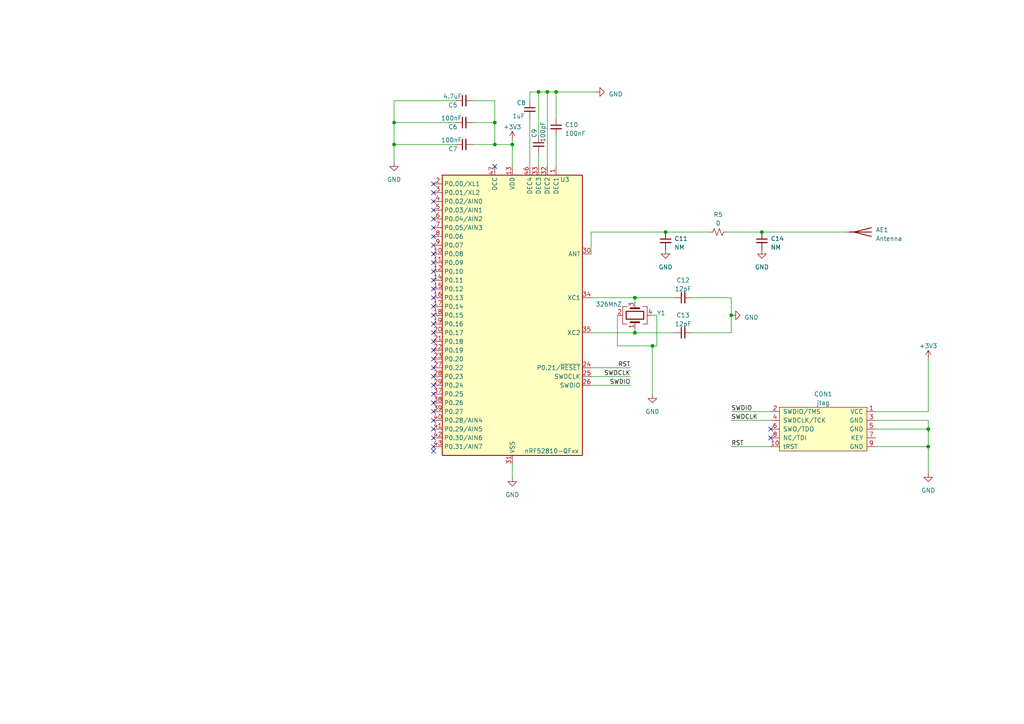
<source format=kicad_sch>
(kicad_sch (version 20210406) (generator eeschema)
  (paper "A4")
  (title_block (title "quadkey") (date "2021-05-17") (rev "V0") (company "eurocircuits ") (comment 1 "bopla behuizing 34111511"))
  (lib_symbols
    (symbol "Device:Antenna" (pin_numbers hide) (pin_names (offset 1.016) hide)
      (property "Reference" "AE" (at -1.905 1.905 0))
      (property "Value" "Antenna" (at -1.905 0 0))
      (symbol "Antenna_0_1"
        (polyline (pts (xy 0 2.54) (xy 0 -3.81)) (stroke (width 0.254)))
        (polyline (pts (xy 1.27 2.54) (xy 0 -2.54) (xy -1.27 2.54)) (stroke (width 0.254)))
      )
      (symbol "Antenna_1_1"
        (pin input line (at 0 -5.08 90) (length 2.54) (name "A") (number "1"))
      )
    )
    (symbol "Device:C_Small" (pin_numbers hide) (pin_names (offset 0.254) hide)
      (property "Reference" "C" (at 0.254 1.778 0))
      (property "Value" "C_Small" (at 0.254 -2.032 0))
      (symbol "C_Small_0_1"
        (polyline (pts (xy -1.524 -0.508) (xy 1.524 -0.508)) (stroke (width 0.3302)))
        (polyline (pts (xy -1.524 0.508) (xy 1.524 0.508)) (stroke (width 0.3048)))
      )
      (symbol "C_Small_1_1"
        (pin passive line (at 0 2.54 270) (length 2.032) (name "~") (number "1"))
        (pin passive line (at 0 -2.54 90) (length 2.032) (name "~") (number "2"))
      )
    )
    (symbol "Device:Crystal_GND24" (pin_names (offset 1.016) hide)
      (property "Reference" "Y" (at 3.175 5.08 0))
      (property "Value" "Crystal_GND24" (at 3.175 3.175 0))
      (symbol "Crystal_GND24_0_1"
        (rectangle (start -1.143 2.54) (end 1.143 -2.54) (stroke (width 0.3048)))
        (polyline (pts (xy -2.54 0) (xy -2.032 0)))
        (polyline (pts (xy -2.032 -1.27) (xy -2.032 1.27)) (stroke (width 0.508)))
        (polyline (pts (xy 0 -3.81) (xy 0 -3.556)))
        (polyline (pts (xy 0 3.556) (xy 0 3.81)))
        (polyline (pts (xy 2.032 -1.27) (xy 2.032 1.27)) (stroke (width 0.508)))
        (polyline (pts (xy 2.032 0) (xy 2.54 0)))
        (polyline (pts (xy -2.54 -2.286) (xy -2.54 -3.556) (xy 2.54 -3.556) (xy 2.54 -2.286)))
        (polyline (pts (xy -2.54 2.286) (xy -2.54 3.556) (xy 2.54 3.556) (xy 2.54 2.286)))
      )
      (symbol "Crystal_GND24_1_1"
        (pin passive line (at -3.81 0 0) (length 1.27) (name "1") (number "1"))
        (pin passive line (at 0 5.08 270) (length 1.27) (name "2") (number "2"))
        (pin passive line (at 3.81 0 180) (length 1.27) (name "3") (number "3"))
        (pin passive line (at 0 -5.08 90) (length 1.27) (name "4") (number "4"))
      )
    )
    (symbol "Device:R_Small_US" (pin_numbers hide) (pin_names (offset 0.254) hide)
      (property "Reference" "R" (at 0.762 0.508 0))
      (property "Value" "R_Small_US" (at 0.762 -1.016 0))
      (symbol "R_Small_US_1_1"
        (polyline (pts (xy 0 0) (xy 1.016 -0.381) (xy 0 -0.762) (xy -1.016 -1.143) (xy 0 -1.524)))
        (polyline (pts (xy 0 1.524) (xy 1.016 1.143) (xy 0 0.762) (xy -1.016 0.381) (xy 0 0)))
        (pin passive line (at 0 2.54 270) (length 1.016) (name "~") (number "1"))
        (pin passive line (at 0 -2.54 90) (length 1.016) (name "~") (number "2"))
      )
    )
    (symbol "MCU_Nordic:nRF52810-QFxx"
      (property "Reference" "U" (at 0 1.27 0))
      (property "Value" "nRF52810-QFxx" (at 0 -1.27 0))
      (symbol "nRF52810-QFxx_0_1"
        (rectangle (start -20.32 40.64) (end 20.32 -40.64) (stroke (width 0.254)) (fill (type background)))
      )
      (symbol "nRF52810-QFxx_1_1"
        (pin passive line (at -12.7 43.18 270) (length 2.54) (name "DEC1") (number "1"))
        (pin bidirectional line (at 22.86 17.78 180) (length 2.54) (name "P0.08") (number "10"))
        (pin bidirectional line (at 22.86 15.24 180) (length 2.54) (name "P0.09") (number "11"))
        (pin bidirectional line (at 22.86 12.7 180) (length 2.54) (name "P0.10") (number "12"))
        (pin power_in line (at 0 43.18 270) (length 2.54) (name "VDD") (number "13"))
        (pin bidirectional line (at 22.86 10.16 180) (length 2.54) (name "P0.11") (number "14"))
        (pin bidirectional line (at 22.86 7.62 180) (length 2.54) (name "P0.12") (number "15"))
        (pin bidirectional line (at 22.86 5.08 180) (length 2.54) (name "P0.13") (number "16"))
        (pin bidirectional line (at 22.86 2.54 180) (length 2.54) (name "P0.14") (number "17"))
        (pin bidirectional line (at 22.86 0 180) (length 2.54) (name "P0.15") (number "18"))
        (pin bidirectional line (at 22.86 -2.54 180) (length 2.54) (name "P0.16") (number "19"))
        (pin bidirectional line (at 22.86 38.1 180) (length 2.54) (name "P0.00/XL1") (number "2"))
        (pin bidirectional line (at 22.86 -5.08 180) (length 2.54) (name "P0.17") (number "20"))
        (pin bidirectional line (at 22.86 -7.62 180) (length 2.54) (name "P0.18") (number "21"))
        (pin bidirectional line (at 22.86 -10.16 180) (length 2.54) (name "P0.19") (number "22"))
        (pin bidirectional line (at 22.86 -12.7 180) (length 2.54) (name "P0.20") (number "23"))
        (pin bidirectional line (at -22.86 -15.24 0) (length 2.54) (name "P0.21/~RESET") (number "24"))
        (pin input line (at -22.86 -17.78 0) (length 2.54) (name "SWDCLK") (number "25"))
        (pin bidirectional line (at -22.86 -20.32 0) (length 2.54) (name "SWDIO") (number "26"))
        (pin bidirectional line (at 22.86 -15.24 180) (length 2.54) (name "P0.22") (number "27"))
        (pin bidirectional line (at 22.86 -17.78 180) (length 2.54) (name "P0.23") (number "28"))
        (pin bidirectional line (at 22.86 -20.32 180) (length 2.54) (name "P0.24") (number "29"))
        (pin bidirectional line (at 22.86 35.56 180) (length 2.54) (name "P0.01/XL2") (number "3"))
        (pin passive line (at -22.86 17.78 0) (length 2.54) (name "ANT") (number "30"))
        (pin power_in line (at 0 -43.18 90) (length 2.54) (name "VSS") (number "31"))
        (pin passive line (at -10.16 43.18 270) (length 2.54) (name "DEC2") (number "32"))
        (pin passive line (at -7.62 43.18 270) (length 2.54) (name "DEC3") (number "33"))
        (pin input line (at -22.86 5.08 0) (length 2.54) (name "XC1") (number "34"))
        (pin input line (at -22.86 -5.08 0) (length 2.54) (name "XC2") (number "35"))
        (pin passive line (at 0 43.18 270) (length 2.54) hide (name "VDD") (number "36"))
        (pin bidirectional line (at 22.86 -22.86 180) (length 2.54) (name "P0.25") (number "37"))
        (pin bidirectional line (at 22.86 -25.4 180) (length 2.54) (name "P0.26") (number "38"))
        (pin bidirectional line (at 22.86 -27.94 180) (length 2.54) (name "P0.27") (number "39"))
        (pin bidirectional line (at 22.86 33.02 180) (length 2.54) (name "P0.02/AIN0") (number "4"))
        (pin bidirectional line (at 22.86 -30.48 180) (length 2.54) (name "P0.28/AIN4") (number "40"))
        (pin bidirectional line (at 22.86 -33.02 180) (length 2.54) (name "P0.29/AIN5") (number "41"))
        (pin bidirectional line (at 22.86 -35.56 180) (length 2.54) (name "P0.30/AIN6") (number "42"))
        (pin bidirectional line (at 22.86 -38.1 180) (length 2.54) (name "P0.31/AIN7") (number "43"))
        (pin no_connect line (at -20.32 -30.48 0) (length 2.54) hide (name "NC") (number "44"))
        (pin passive line (at 0 -43.18 90) (length 2.54) hide (name "VSS") (number "45"))
        (pin passive line (at -5.08 43.18 270) (length 2.54) (name "DEC4") (number "46"))
        (pin power_out line (at 5.08 43.18 270) (length 2.54) (name "DCC") (number "47"))
        (pin passive line (at 0 43.18 270) (length 2.54) hide (name "VDD") (number "48"))
        (pin passive line (at 0 -43.18 90) (length 2.54) hide (name "VSS") (number "49"))
        (pin bidirectional line (at 22.86 30.48 180) (length 2.54) (name "P0.03/AIN1") (number "5"))
        (pin bidirectional line (at 22.86 27.94 180) (length 2.54) (name "P0.04/AIN2") (number "6"))
        (pin bidirectional line (at 22.86 25.4 180) (length 2.54) (name "P0.05/AIN3") (number "7"))
        (pin bidirectional line (at 22.86 22.86 180) (length 2.54) (name "P0.06") (number "8"))
        (pin bidirectional line (at 22.86 20.32 180) (length 2.54) (name "P0.07") (number "9"))
      )
    )
    (symbol "conectors:jtag" (pin_names (offset 1.016))
      (property "Reference" "CON" (at -6.35 0 90))
      (property "Value" "jtag" (at -3.81 0 90))
      (symbol "jtag_0_1"
        (rectangle (start -12.7 6.35) (end 12.7 -6.35) (fill (type background)))
      )
      (symbol "jtag_1_1"
        (pin power_in line (at -15.24 5.08 0) (length 2.54) (name "VCC") (number "1"))
        (pin unspecified line (at 15.24 -5.08 180) (length 2.54) (name "tRST") (number "10"))
        (pin unspecified line (at 15.24 5.08 180) (length 2.54) (name "SWDIO/TMS") (number "2"))
        (pin power_out line (at -15.24 2.54 0) (length 2.54) (name "GND") (number "3"))
        (pin unspecified line (at 15.24 2.54 180) (length 2.54) (name "SWDCLK/TCK") (number "4"))
        (pin power_out line (at -15.24 0 0) (length 2.54) (name "GND") (number "5"))
        (pin power_in line (at 15.24 0 180) (length 2.54) (name "SWO/TDO") (number "6"))
        (pin unspecified line (at -15.24 -2.54 0) (length 2.54) (name "KEY") (number "7"))
        (pin unspecified line (at 15.24 -2.54 180) (length 2.54) (name "NC/TDI") (number "8"))
        (pin power_out line (at -15.24 -5.08 0) (length 2.54) (name "GND") (number "9"))
      )
    )
    (symbol "power:+3V3" (power) (pin_names (offset 0))
      (property "Value" "+3V3" (at 0 3.556 0))
      (symbol "+3V3_0_1"
        (polyline (pts (xy -0.762 1.27) (xy 0 2.54)))
        (polyline (pts (xy 0 0) (xy 0 2.54)))
        (polyline (pts (xy 0 2.54) (xy 0.762 1.27)))
      )
      (symbol "+3V3_1_1"
        (pin power_in line (at 0 0 90) (length 0) hide (name "+3V3") (number "1"))
      )
    )
    (symbol "power:GND" (power) (pin_names (offset 0))
      (property "Value" "GND" (at 0 -3.81 0))
      (symbol "GND_0_1"
        (polyline (pts (xy 0 0) (xy 0 -1.27) (xy 1.27 -1.27) (xy 0 -2.54) (xy -1.27 -1.27) (xy 0 -1.27)))
      )
      (symbol "GND_1_1"
        (pin power_in line (at 0 0 270) (length 0) hide (name "GND") (number "1"))
      )
    )
  )
  (junction (at 114.3 35.56) (diameter 0.9144))
  (junction (at 114.3 41.91) (diameter 0.9144))
  (junction (at 143.51 35.56) (diameter 0.9144))
  (junction (at 143.51 41.91) (diameter 0.9144))
  (junction (at 148.59 41.91) (diameter 0.9144))
  (junction (at 156.21 26.67) (diameter 0.9144))
  (junction (at 158.75 26.67) (diameter 0.9144))
  (junction (at 161.29 26.67) (diameter 0.9144))
  (junction (at 184.15 86.36) (diameter 0.9144))
  (junction (at 184.15 96.52) (diameter 0.9144))
  (junction (at 189.23 100.33) (diameter 0.9144))
  (junction (at 193.04 67.31) (diameter 0.9144))
  (junction (at 212.09 91.44) (diameter 0.9144))
  (junction (at 220.98 67.31) (diameter 0.9144))
  (junction (at 269.24 124.46) (diameter 0.9144))
  (junction (at 269.24 129.54) (diameter 0.9144))
  (no_connect (at 125.73 53.34))
  (no_connect (at 125.73 55.88))
  (no_connect (at 125.73 58.42))
  (no_connect (at 125.73 60.96))
  (no_connect (at 125.73 63.5))
  (no_connect (at 125.73 66.04))
  (no_connect (at 125.73 68.58))
  (no_connect (at 125.73 71.12))
  (no_connect (at 125.73 73.66))
  (no_connect (at 125.73 76.2))
  (no_connect (at 125.73 78.74))
  (no_connect (at 125.73 81.28))
  (no_connect (at 125.73 83.82))
  (no_connect (at 125.73 86.36))
  (no_connect (at 125.73 88.9))
  (no_connect (at 125.73 91.44))
  (no_connect (at 125.73 93.98))
  (no_connect (at 125.73 96.52))
  (no_connect (at 125.73 99.06))
  (no_connect (at 125.73 101.6))
  (no_connect (at 125.73 104.14))
  (no_connect (at 125.73 106.68))
  (no_connect (at 125.73 109.22))
  (no_connect (at 125.73 111.76))
  (no_connect (at 125.73 114.3))
  (no_connect (at 125.73 116.84))
  (no_connect (at 125.73 119.38))
  (no_connect (at 125.73 121.92))
  (no_connect (at 125.73 124.46))
  (no_connect (at 125.73 127))
  (no_connect (at 125.73 129.54))
  (no_connect (at 125.73 130.81))
  (no_connect (at 143.51 48.26))
  (no_connect (at 223.52 124.46))
  (no_connect (at 223.52 127))
  (wire (pts (xy 114.3 29.21) (xy 114.3 35.56)))
  (wire (pts (xy 114.3 35.56) (xy 114.3 41.91)))
  (wire (pts (xy 114.3 41.91) (xy 114.3 46.99)))
  (wire (pts (xy 114.3 41.91) (xy 132.08 41.91)))
  (wire (pts (xy 132.08 29.21) (xy 114.3 29.21)))
  (wire (pts (xy 132.08 35.56) (xy 114.3 35.56)))
  (wire (pts (xy 137.16 29.21) (xy 143.51 29.21)))
  (wire (pts (xy 137.16 35.56) (xy 143.51 35.56)))
  (wire (pts (xy 137.16 41.91) (xy 143.51 41.91)))
  (wire (pts (xy 143.51 29.21) (xy 143.51 35.56)))
  (wire (pts (xy 143.51 35.56) (xy 143.51 41.91)))
  (wire (pts (xy 143.51 41.91) (xy 148.59 41.91)))
  (wire (pts (xy 148.59 40.64) (xy 148.59 41.91)))
  (wire (pts (xy 148.59 41.91) (xy 148.59 48.26)))
  (wire (pts (xy 148.59 134.62) (xy 148.59 138.43)))
  (wire (pts (xy 153.67 26.67) (xy 156.21 26.67)))
  (wire (pts (xy 153.67 29.21) (xy 153.67 26.67)))
  (wire (pts (xy 153.67 34.29) (xy 153.67 48.26)))
  (wire (pts (xy 156.21 26.67) (xy 156.21 39.37)))
  (wire (pts (xy 156.21 26.67) (xy 158.75 26.67)))
  (wire (pts (xy 156.21 44.45) (xy 156.21 48.26)))
  (wire (pts (xy 158.75 26.67) (xy 158.75 48.26)))
  (wire (pts (xy 158.75 26.67) (xy 161.29 26.67)))
  (wire (pts (xy 161.29 26.67) (xy 161.29 34.29)))
  (wire (pts (xy 161.29 26.67) (xy 172.72 26.67)))
  (wire (pts (xy 161.29 39.37) (xy 161.29 48.26)))
  (wire (pts (xy 171.45 67.31) (xy 193.04 67.31)))
  (wire (pts (xy 171.45 73.66) (xy 171.45 67.31)))
  (wire (pts (xy 171.45 86.36) (xy 184.15 86.36)))
  (wire (pts (xy 171.45 96.52) (xy 184.15 96.52)))
  (wire (pts (xy 179.07 91.44) (xy 179.07 100.33)))
  (wire (pts (xy 179.07 100.33) (xy 189.23 100.33)))
  (wire (pts (xy 182.88 106.68) (xy 171.45 106.68)))
  (wire (pts (xy 182.88 109.22) (xy 171.45 109.22)))
  (wire (pts (xy 182.88 111.76) (xy 171.45 111.76)))
  (wire (pts (xy 184.15 86.36) (xy 195.58 86.36)))
  (wire (pts (xy 184.15 87.63) (xy 184.15 86.36)))
  (wire (pts (xy 184.15 95.25) (xy 184.15 96.52)))
  (wire (pts (xy 184.15 96.52) (xy 195.58 96.52)))
  (wire (pts (xy 189.23 100.33) (xy 189.23 114.3)))
  (wire (pts (xy 189.23 100.33) (xy 190.5 100.33)))
  (wire (pts (xy 190.5 91.44) (xy 189.23 91.44)))
  (wire (pts (xy 190.5 100.33) (xy 190.5 91.44)))
  (wire (pts (xy 193.04 67.31) (xy 205.74 67.31)))
  (wire (pts (xy 200.66 86.36) (xy 212.09 86.36)))
  (wire (pts (xy 210.82 67.31) (xy 220.98 67.31)))
  (wire (pts (xy 212.09 86.36) (xy 212.09 91.44)))
  (wire (pts (xy 212.09 91.44) (xy 212.09 96.52)))
  (wire (pts (xy 212.09 96.52) (xy 200.66 96.52)))
  (wire (pts (xy 212.09 119.38) (xy 223.52 119.38)))
  (wire (pts (xy 212.09 121.92) (xy 223.52 121.92)))
  (wire (pts (xy 212.09 129.54) (xy 223.52 129.54)))
  (wire (pts (xy 220.98 67.31) (xy 245.11 67.31)))
  (wire (pts (xy 254 119.38) (xy 269.24 119.38)))
  (wire (pts (xy 254 121.92) (xy 269.24 121.92)))
  (wire (pts (xy 254 124.46) (xy 269.24 124.46)))
  (wire (pts (xy 254 129.54) (xy 269.24 129.54)))
  (wire (pts (xy 269.24 104.14) (xy 269.24 119.38)))
  (wire (pts (xy 269.24 121.92) (xy 269.24 124.46)))
  (wire (pts (xy 269.24 124.46) (xy 269.24 129.54)))
  (wire (pts (xy 269.24 129.54) (xy 269.24 137.16)))
  (label "RST" (at 182.88 106.68 180))
  (label "SWDCLK" (at 182.88 109.22 180))
  (label "SWDIO" (at 182.88 111.76 180))
  (label "SWDIO" (at 212.09 119.38 0))
  (label "SWDCLK" (at 212.09 121.92 0))
  (label "RST" (at 212.09 129.54 0))
  (symbol (lib_id "power:+3V3") (at 148.59 40.64 0) (unit 1)
    (property "Reference" "#PWR0117" (effects hide))
    (property "Value" "+3V3" (at 148.59 36.83 0))
  )
  (symbol (lib_id "power:+3V3") (at 269.24 104.14 0) (unit 1)
    (property "Reference" "#PWR0119" (effects hide))
    (property "Value" "+3V3" (at 269.24 100.33 0))
  )
  (symbol (lib_id "power:GND") (at 114.3 46.99 0) (unit 1)
    (property "Reference" "#PWR0118" (effects hide))
    (property "Value" "GND" (at 114.3 52.07 0))
  )
  (symbol (lib_id "power:GND") (at 148.59 138.43 0) (unit 1)
    (property "Reference" "#PWR0111" (effects hide))
    (property "Value" "GND" (at 148.59 143.51 0))
  )
  (symbol (lib_id "power:GND") (at 172.72 26.67 90) (unit 1)
    (property "Reference" "#PWR0113" (effects hide))
    (property "Value" "GND" (at 176.53 27.3049 90) (effects (justify right)))
  )
  (symbol (lib_id "power:GND") (at 189.23 114.3 0) (unit 1)
    (property "Reference" "#PWR0120" (effects hide))
    (property "Value" "GND" (at 189.23 119.38 0))
  )
  (symbol (lib_id "power:GND") (at 193.04 72.39 0) (unit 1)
    (property "Reference" "#PWR0112" (effects hide))
    (property "Value" "GND" (at 193.04 77.47 0))
  )
  (symbol (lib_id "power:GND") (at 212.09 91.44 90) (unit 1)
    (property "Reference" "#PWR0114" (effects hide))
    (property "Value" "GND" (at 215.9 92.0749 90) (effects (justify right)))
  )
  (symbol (lib_id "power:GND") (at 220.98 72.39 0) (unit 1)
    (property "Reference" "#PWR0115" (effects hide))
    (property "Value" "GND" (at 220.98 77.47 0))
  )
  (symbol (lib_id "power:GND") (at 269.24 137.16 0) (unit 1)
    (property "Reference" "#PWR0116" (effects hide))
    (property "Value" "GND" (at 269.24 142.24 0))
  )
  (symbol (lib_id "Device:R_Small_US") (at 208.28 67.31 90) (unit 1)
    (property "Reference" "R5" (at 208.28 62.23 90))
    (property "Value" "0" (at 208.28 64.77 90))
    (property "Footprint" "vanalles:0603RL" (effects hide))
  )
  (symbol (lib_id "Device:C_Small") (at 134.62 29.21 90) (unit 1)
    (property "Reference" "C5" (at 132.7149 30.48 90) (effects (justify left)))
    (property "Value" "4.7uF" (at 133.9849 27.94 90) (effects (justify left)))
    (property "Footprint" "vanalles:0603" (effects hide))
  )
  (symbol (lib_id "Device:C_Small") (at 134.62 35.56 90) (unit 1)
    (property "Reference" "C6" (at 132.7149 36.83 90) (effects (justify left)))
    (property "Value" "100nF" (at 133.9849 34.29 90) (effects (justify left)))
    (property "Footprint" "vanalles:0603" (effects hide))
  )
  (symbol (lib_id "Device:C_Small") (at 134.62 41.91 90) (unit 1)
    (property "Reference" "C7" (at 132.7149 43.18 90) (effects (justify left)))
    (property "Value" "100nF" (at 133.9849 40.64 90) (effects (justify left)))
    (property "Footprint" "vanalles:0603" (effects hide))
  )
  (symbol (lib_id "Device:C_Small") (at 153.67 31.75 0) (unit 1)
    (property "Reference" "C8" (at 149.86 29.8449 0) (effects (justify left)))
    (property "Value" "1uF" (at 148.59 33.6549 0) (effects (justify left)))
    (property "Footprint" "vanalles:0603" (effects hide))
  )
  (symbol (lib_id "Device:C_Small") (at 156.21 41.91 0) (unit 1)
    (property "Reference" "C9" (at 154.94 40.0049 90) (effects (justify left)))
    (property "Value" "100pF" (at 157.48 41.2749 90) (effects (justify left)))
    (property "Footprint" "vanalles:0603" (effects hide))
  )
  (symbol (lib_id "Device:C_Small") (at 161.29 36.83 0) (unit 1)
    (property "Reference" "C10" (at 163.83 36.1949 0) (effects (justify left)))
    (property "Value" "100nF" (at 163.83 38.7349 0) (effects (justify left)))
    (property "Footprint" "vanalles:0603" (effects hide))
  )
  (symbol (lib_id "Device:C_Small") (at 193.04 69.85 0) (unit 1)
    (property "Reference" "C11" (at 195.58 69.2149 0) (effects (justify left)))
    (property "Value" "NM" (at 195.58 71.7549 0) (effects (justify left)))
    (property "Footprint" "vanalles:0603" (effects hide))
  )
  (symbol (lib_id "Device:C_Small") (at 198.12 86.36 90) (unit 1)
    (property "Reference" "C12" (at 198.12 81.28 90))
    (property "Value" "12pF" (at 198.12 83.82 90))
    (property "Footprint" "vanalles:0603" (effects hide))
  )
  (symbol (lib_id "Device:C_Small") (at 198.12 96.52 90) (unit 1)
    (property "Reference" "C13" (at 198.12 91.44 90))
    (property "Value" "12pF" (at 198.12 93.98 90))
    (property "Footprint" "vanalles:0603" (effects hide))
  )
  (symbol (lib_id "Device:C_Small") (at 220.98 69.85 0) (unit 1)
    (property "Reference" "C14" (at 223.52 69.2149 0) (effects (justify left)))
    (property "Value" "NM" (at 223.52 71.7549 0) (effects (justify left)))
    (property "Footprint" "vanalles:0603" (effects hide))
  )
  (symbol (lib_id "Device:Antenna") (at 250.19 67.31 270) (unit 1)
    (property "Reference" "AE1" (at 254 66.6749 90) (effects (justify left)))
    (property "Value" "Antenna" (at 254 69.2149 90) (effects (justify left)))
    (property "Footprint" "vanalles:Texas_SWRA117D_2.4GHz_Right" (effects hide))
  )
  (symbol (lib_id "Device:Crystal_GND24") (at 184.15 91.44 90) (unit 1)
    (property "Reference" "Y1" (at 190.5 90.8049 90) (effects (justify right)))
    (property "Value" "326MhZ" (at 172.72 88.2649 90) (effects (justify right)))
    (property "Footprint" "vanalles:OSCCC320X250X90L80X100N" (effects hide))
  )
  (symbol (lib_id "conectors:jtag") (at 238.76 124.46 0) (mirror y) (unit 1)
    (property "Reference" "CON1" (at 238.76 114.3 0))
    (property "Value" "jtag" (at 238.76 116.84 0))
    (property "Footprint" "connectors_user:Tag-Connect_TC2050-IDC-FP_2x05_P1.27mm_Vertical" (effects hide))
  )
  (symbol (lib_id "MCU_Nordic:nRF52810-QFxx") (at 148.59 91.44 0) (mirror y) (unit 1)
    (property "Reference" "U3" (at 163.83 52.07 0))
    (property "Value" "nRF52810-QFxx" (at 160.02 130.81 0))
    (property "Footprint" "halfgeleiders:nrf" (effects hide))
    (property "Datasheet" "http://infocenter.nordicsemi.com/pdf/nRF52810_PS_v1.1.pdf" (effects hide))
  )
)
</source>
